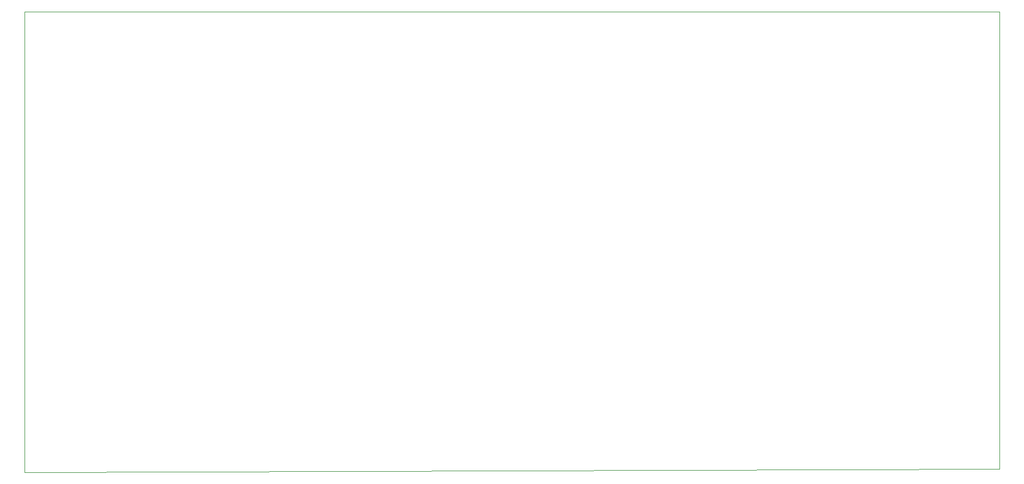
<source format=gbr>
%TF.GenerationSoftware,KiCad,Pcbnew,(6.0.4)*%
%TF.CreationDate,2022-06-07T23:10:36-03:00*%
%TF.ProjectId,TCC_Flow,5443435f-466c-46f7-972e-6b696361645f,rev?*%
%TF.SameCoordinates,Original*%
%TF.FileFunction,Profile,NP*%
%FSLAX46Y46*%
G04 Gerber Fmt 4.6, Leading zero omitted, Abs format (unit mm)*
G04 Created by KiCad (PCBNEW (6.0.4)) date 2022-06-07 23:10:36*
%MOMM*%
%LPD*%
G01*
G04 APERTURE LIST*
%TA.AperFunction,Profile*%
%ADD10C,0.100000*%
%TD*%
G04 APERTURE END LIST*
D10*
X181500000Y-26500000D02*
X33500000Y-26500000D01*
X33500000Y-26500000D02*
X33500000Y-96500000D01*
X181500000Y-96000000D02*
X181500000Y-26500000D01*
X33500000Y-96500000D02*
X181500000Y-96000000D01*
M02*

</source>
